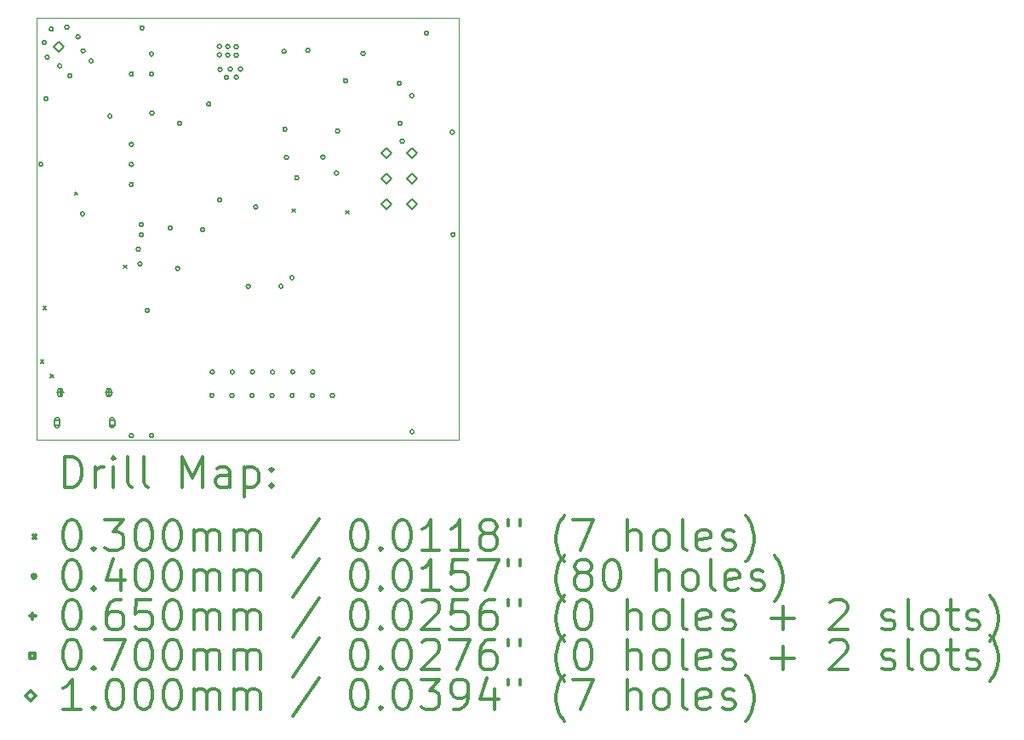
<source format=gbr>
%FSLAX45Y45*%
G04 Gerber Fmt 4.5, Leading zero omitted, Abs format (unit mm)*
G04 Created by KiCad (PCBNEW 5.1.10-88a1d61d58~90~ubuntu20.04.1) date 2021-08-08 16:05:03*
%MOMM*%
%LPD*%
G01*
G04 APERTURE LIST*
%TA.AperFunction,Profile*%
%ADD10C,0.050000*%
%TD*%
%ADD11C,0.200000*%
%ADD12C,0.300000*%
G04 APERTURE END LIST*
D10*
X19053810Y-11042650D02*
X23253700Y-11042650D01*
X19053810Y-15242540D02*
X19053810Y-11042650D01*
X23253700Y-15242540D02*
X23253700Y-11042650D01*
X19053810Y-15242540D02*
X23253700Y-15242540D01*
D11*
X19099516Y-14447252D02*
X19129516Y-14477252D01*
X19129516Y-14447252D02*
X19099516Y-14477252D01*
X19123900Y-13914868D02*
X19153900Y-13944868D01*
X19153900Y-13914868D02*
X19123900Y-13944868D01*
X19197306Y-14592032D02*
X19227306Y-14622032D01*
X19227306Y-14592032D02*
X19197306Y-14622032D01*
X19435304Y-12775932D02*
X19465304Y-12805932D01*
X19465304Y-12775932D02*
X19435304Y-12805932D01*
X19924508Y-13503896D02*
X19954508Y-13533896D01*
X19954508Y-13503896D02*
X19924508Y-13533896D01*
X21599774Y-12942420D02*
X21629774Y-12972420D01*
X21629774Y-12942420D02*
X21599774Y-12972420D01*
X22133800Y-12960082D02*
X22163800Y-12990082D01*
X22163800Y-12960082D02*
X22133800Y-12990082D01*
X19120000Y-12500000D02*
G75*
G03*
X19120000Y-12500000I-20000J0D01*
G01*
X19154582Y-11284966D02*
G75*
G03*
X19154582Y-11284966I-20000J0D01*
G01*
X19171854Y-11847068D02*
G75*
G03*
X19171854Y-11847068I-20000J0D01*
G01*
X19182776Y-11433048D02*
G75*
G03*
X19182776Y-11433048I-20000J0D01*
G01*
X19223162Y-11153394D02*
G75*
G03*
X19223162Y-11153394I-20000J0D01*
G01*
X19307813Y-11518921D02*
G75*
G03*
X19307813Y-11518921I-20000J0D01*
G01*
X19378102Y-11134598D02*
G75*
G03*
X19378102Y-11134598I-20000J0D01*
G01*
X19407680Y-11618787D02*
G75*
G03*
X19407680Y-11618787I-20000J0D01*
G01*
X19490000Y-11230000D02*
G75*
G03*
X19490000Y-11230000I-20000J0D01*
G01*
X19533550Y-12992100D02*
G75*
G03*
X19533550Y-12992100I-20000J0D01*
G01*
X19540000Y-11370000D02*
G75*
G03*
X19540000Y-11370000I-20000J0D01*
G01*
X19620000Y-11470000D02*
G75*
G03*
X19620000Y-11470000I-20000J0D01*
G01*
X19807147Y-12018254D02*
G75*
G03*
X19807147Y-12018254I-20000J0D01*
G01*
X20020000Y-11600000D02*
G75*
G03*
X20020000Y-11600000I-20000J0D01*
G01*
X20020000Y-12300000D02*
G75*
G03*
X20020000Y-12300000I-20000J0D01*
G01*
X20020000Y-12500000D02*
G75*
G03*
X20020000Y-12500000I-20000J0D01*
G01*
X20020000Y-12700000D02*
G75*
G03*
X20020000Y-12700000I-20000J0D01*
G01*
X20020000Y-15200000D02*
G75*
G03*
X20020000Y-15200000I-20000J0D01*
G01*
X20088286Y-13343739D02*
G75*
G03*
X20088286Y-13343739I-20000J0D01*
G01*
X20105811Y-13491464D02*
G75*
G03*
X20105811Y-13491464I-20000J0D01*
G01*
X20120000Y-13100000D02*
G75*
G03*
X20120000Y-13100000I-20000J0D01*
G01*
X20120000Y-13200000D02*
G75*
G03*
X20120000Y-13200000I-20000J0D01*
G01*
X20125878Y-11141710D02*
G75*
G03*
X20125878Y-11141710I-20000J0D01*
G01*
X20177694Y-13954252D02*
G75*
G03*
X20177694Y-13954252I-20000J0D01*
G01*
X20220000Y-11400000D02*
G75*
G03*
X20220000Y-11400000I-20000J0D01*
G01*
X20220000Y-11600000D02*
G75*
G03*
X20220000Y-11600000I-20000J0D01*
G01*
X20220000Y-15200000D02*
G75*
G03*
X20220000Y-15200000I-20000J0D01*
G01*
X20225700Y-11988800D02*
G75*
G03*
X20225700Y-11988800I-20000J0D01*
G01*
X20406040Y-13131800D02*
G75*
G03*
X20406040Y-13131800I-20000J0D01*
G01*
X20480970Y-13536930D02*
G75*
G03*
X20480970Y-13536930I-20000J0D01*
G01*
X20500020Y-12089130D02*
G75*
G03*
X20500020Y-12089130I-20000J0D01*
G01*
X20727350Y-13149580D02*
G75*
G03*
X20727350Y-13149580I-20000J0D01*
G01*
X20789580Y-11898630D02*
G75*
G03*
X20789580Y-11898630I-20000J0D01*
G01*
X20820000Y-14800000D02*
G75*
G03*
X20820000Y-14800000I-20000J0D01*
G01*
X20824572Y-14566574D02*
G75*
G03*
X20824572Y-14566574I-20000J0D01*
G01*
X20896006Y-11325098D02*
G75*
G03*
X20896006Y-11325098I-20000J0D01*
G01*
X20896006Y-11408918D02*
G75*
G03*
X20896006Y-11408918I-20000J0D01*
G01*
X20897530Y-12854940D02*
G75*
G03*
X20897530Y-12854940I-20000J0D01*
G01*
X20902610Y-11554460D02*
G75*
G03*
X20902610Y-11554460I-20000J0D01*
G01*
X20967380Y-11634470D02*
G75*
G03*
X20967380Y-11634470I-20000J0D01*
G01*
X20979318Y-11327638D02*
G75*
G03*
X20979318Y-11327638I-20000J0D01*
G01*
X20979318Y-11411458D02*
G75*
G03*
X20979318Y-11411458I-20000J0D01*
G01*
X21004210Y-11550650D02*
G75*
G03*
X21004210Y-11550650I-20000J0D01*
G01*
X21020000Y-14800000D02*
G75*
G03*
X21020000Y-14800000I-20000J0D01*
G01*
X21024572Y-14566574D02*
G75*
G03*
X21024572Y-14566574I-20000J0D01*
G01*
X21062630Y-11329162D02*
G75*
G03*
X21062630Y-11329162I-20000J0D01*
G01*
X21062630Y-11412982D02*
G75*
G03*
X21062630Y-11412982I-20000J0D01*
G01*
X21063900Y-11630660D02*
G75*
G03*
X21063900Y-11630660I-20000J0D01*
G01*
X21105810Y-11550650D02*
G75*
G03*
X21105810Y-11550650I-20000J0D01*
G01*
X21183026Y-13713460D02*
G75*
G03*
X21183026Y-13713460I-20000J0D01*
G01*
X21220000Y-14800000D02*
G75*
G03*
X21220000Y-14800000I-20000J0D01*
G01*
X21224572Y-14566574D02*
G75*
G03*
X21224572Y-14566574I-20000J0D01*
G01*
X21256940Y-12923520D02*
G75*
G03*
X21256940Y-12923520I-20000J0D01*
G01*
X21420000Y-14800000D02*
G75*
G03*
X21420000Y-14800000I-20000J0D01*
G01*
X21424572Y-14566574D02*
G75*
G03*
X21424572Y-14566574I-20000J0D01*
G01*
X21507892Y-13713460D02*
G75*
G03*
X21507892Y-13713460I-20000J0D01*
G01*
X21538880Y-11375136D02*
G75*
G03*
X21538880Y-11375136I-20000J0D01*
G01*
X21547770Y-12150090D02*
G75*
G03*
X21547770Y-12150090I-20000J0D01*
G01*
X21562248Y-12430760D02*
G75*
G03*
X21562248Y-12430760I-20000J0D01*
G01*
X21617620Y-13627862D02*
G75*
G03*
X21617620Y-13627862I-20000J0D01*
G01*
X21620304Y-14799746D02*
G75*
G03*
X21620304Y-14799746I-20000J0D01*
G01*
X21624876Y-14566320D02*
G75*
G03*
X21624876Y-14566320I-20000J0D01*
G01*
X21665880Y-12632690D02*
G75*
G03*
X21665880Y-12632690I-20000J0D01*
G01*
X21775862Y-11364468D02*
G75*
G03*
X21775862Y-11364468I-20000J0D01*
G01*
X21820304Y-14799746D02*
G75*
G03*
X21820304Y-14799746I-20000J0D01*
G01*
X21824876Y-14566320D02*
G75*
G03*
X21824876Y-14566320I-20000J0D01*
G01*
X21924960Y-12426950D02*
G75*
G03*
X21924960Y-12426950I-20000J0D01*
G01*
X22020000Y-14800000D02*
G75*
G03*
X22020000Y-14800000I-20000J0D01*
G01*
X22060215Y-12586335D02*
G75*
G03*
X22060215Y-12586335I-20000J0D01*
G01*
X22071922Y-12167870D02*
G75*
G03*
X22071922Y-12167870I-20000J0D01*
G01*
X22150258Y-11665966D02*
G75*
G03*
X22150258Y-11665966I-20000J0D01*
G01*
X22325518Y-11395964D02*
G75*
G03*
X22325518Y-11395964I-20000J0D01*
G01*
X22685182Y-11693144D02*
G75*
G03*
X22685182Y-11693144I-20000J0D01*
G01*
X22694072Y-12091670D02*
G75*
G03*
X22694072Y-12091670I-20000J0D01*
G01*
X22715154Y-12268962D02*
G75*
G03*
X22715154Y-12268962I-20000J0D01*
G01*
X22809896Y-11815572D02*
G75*
G03*
X22809896Y-11815572I-20000J0D01*
G01*
X22812944Y-15159482D02*
G75*
G03*
X22812944Y-15159482I-20000J0D01*
G01*
X22956200Y-11195050D02*
G75*
G03*
X22956200Y-11195050I-20000J0D01*
G01*
X23211200Y-12180570D02*
G75*
G03*
X23211200Y-12180570I-20000J0D01*
G01*
X23220000Y-13200000D02*
G75*
G03*
X23220000Y-13200000I-20000J0D01*
G01*
X19293406Y-14737752D02*
X19293406Y-14802752D01*
X19260906Y-14770252D02*
X19325906Y-14770252D01*
X19315906Y-14790252D02*
X19315906Y-14750252D01*
X19270906Y-14790252D02*
X19270906Y-14750252D01*
X19315906Y-14750252D02*
G75*
G03*
X19270906Y-14750252I-22500J0D01*
G01*
X19270906Y-14790252D02*
G75*
G03*
X19315906Y-14790252I22500J0D01*
G01*
X19777406Y-14737752D02*
X19777406Y-14802752D01*
X19744906Y-14770252D02*
X19809906Y-14770252D01*
X19799906Y-14790252D02*
X19799906Y-14750252D01*
X19754906Y-14790252D02*
X19754906Y-14750252D01*
X19799906Y-14750252D02*
G75*
G03*
X19754906Y-14750252I-22500J0D01*
G01*
X19754906Y-14790252D02*
G75*
G03*
X19799906Y-14790252I22500J0D01*
G01*
X19287155Y-15095001D02*
X19287155Y-15045503D01*
X19237657Y-15045503D01*
X19237657Y-15095001D01*
X19287155Y-15095001D01*
X19287406Y-15095252D02*
X19287406Y-15045252D01*
X19237406Y-15095252D02*
X19237406Y-15045252D01*
X19287406Y-15045252D02*
G75*
G03*
X19237406Y-15045252I-25000J0D01*
G01*
X19237406Y-15095252D02*
G75*
G03*
X19287406Y-15095252I25000J0D01*
G01*
X19833155Y-15095001D02*
X19833155Y-15045503D01*
X19783657Y-15045503D01*
X19783657Y-15095001D01*
X19833155Y-15095001D01*
X19833406Y-15095252D02*
X19833406Y-15045252D01*
X19783406Y-15095252D02*
X19783406Y-15045252D01*
X19833406Y-15045252D02*
G75*
G03*
X19783406Y-15045252I-25000J0D01*
G01*
X19783406Y-15095252D02*
G75*
G03*
X19833406Y-15095252I25000J0D01*
G01*
X19279870Y-11377130D02*
X19329870Y-11327130D01*
X19279870Y-11277130D01*
X19229870Y-11327130D01*
X19279870Y-11377130D01*
X22537674Y-12439866D02*
X22587674Y-12389866D01*
X22537674Y-12339866D01*
X22487674Y-12389866D01*
X22537674Y-12439866D01*
X22537674Y-12693866D02*
X22587674Y-12643866D01*
X22537674Y-12593866D01*
X22487674Y-12643866D01*
X22537674Y-12693866D01*
X22537674Y-12947866D02*
X22587674Y-12897866D01*
X22537674Y-12847866D01*
X22487674Y-12897866D01*
X22537674Y-12947866D01*
X22791674Y-12439866D02*
X22841674Y-12389866D01*
X22791674Y-12339866D01*
X22741674Y-12389866D01*
X22791674Y-12439866D01*
X22791674Y-12693866D02*
X22841674Y-12643866D01*
X22791674Y-12593866D01*
X22741674Y-12643866D01*
X22791674Y-12693866D01*
X22791674Y-12947866D02*
X22841674Y-12897866D01*
X22791674Y-12847866D01*
X22741674Y-12897866D01*
X22791674Y-12947866D01*
D12*
X19337738Y-15710754D02*
X19337738Y-15410754D01*
X19409167Y-15410754D01*
X19452024Y-15425040D01*
X19480596Y-15453611D01*
X19494881Y-15482183D01*
X19509167Y-15539326D01*
X19509167Y-15582183D01*
X19494881Y-15639326D01*
X19480596Y-15667897D01*
X19452024Y-15696469D01*
X19409167Y-15710754D01*
X19337738Y-15710754D01*
X19637738Y-15710754D02*
X19637738Y-15510754D01*
X19637738Y-15567897D02*
X19652024Y-15539326D01*
X19666310Y-15525040D01*
X19694881Y-15510754D01*
X19723453Y-15510754D01*
X19823453Y-15710754D02*
X19823453Y-15510754D01*
X19823453Y-15410754D02*
X19809167Y-15425040D01*
X19823453Y-15439326D01*
X19837738Y-15425040D01*
X19823453Y-15410754D01*
X19823453Y-15439326D01*
X20009167Y-15710754D02*
X19980596Y-15696469D01*
X19966310Y-15667897D01*
X19966310Y-15410754D01*
X20166310Y-15710754D02*
X20137738Y-15696469D01*
X20123453Y-15667897D01*
X20123453Y-15410754D01*
X20509167Y-15710754D02*
X20509167Y-15410754D01*
X20609167Y-15625040D01*
X20709167Y-15410754D01*
X20709167Y-15710754D01*
X20980596Y-15710754D02*
X20980596Y-15553611D01*
X20966310Y-15525040D01*
X20937738Y-15510754D01*
X20880596Y-15510754D01*
X20852024Y-15525040D01*
X20980596Y-15696469D02*
X20952024Y-15710754D01*
X20880596Y-15710754D01*
X20852024Y-15696469D01*
X20837738Y-15667897D01*
X20837738Y-15639326D01*
X20852024Y-15610754D01*
X20880596Y-15596469D01*
X20952024Y-15596469D01*
X20980596Y-15582183D01*
X21123453Y-15510754D02*
X21123453Y-15810754D01*
X21123453Y-15525040D02*
X21152024Y-15510754D01*
X21209167Y-15510754D01*
X21237738Y-15525040D01*
X21252024Y-15539326D01*
X21266310Y-15567897D01*
X21266310Y-15653611D01*
X21252024Y-15682183D01*
X21237738Y-15696469D01*
X21209167Y-15710754D01*
X21152024Y-15710754D01*
X21123453Y-15696469D01*
X21394881Y-15682183D02*
X21409167Y-15696469D01*
X21394881Y-15710754D01*
X21380596Y-15696469D01*
X21394881Y-15682183D01*
X21394881Y-15710754D01*
X21394881Y-15525040D02*
X21409167Y-15539326D01*
X21394881Y-15553611D01*
X21380596Y-15539326D01*
X21394881Y-15525040D01*
X21394881Y-15553611D01*
X19021310Y-16190040D02*
X19051310Y-16220040D01*
X19051310Y-16190040D02*
X19021310Y-16220040D01*
X19394881Y-16040754D02*
X19423453Y-16040754D01*
X19452024Y-16055040D01*
X19466310Y-16069326D01*
X19480596Y-16097897D01*
X19494881Y-16155040D01*
X19494881Y-16226469D01*
X19480596Y-16283611D01*
X19466310Y-16312183D01*
X19452024Y-16326469D01*
X19423453Y-16340754D01*
X19394881Y-16340754D01*
X19366310Y-16326469D01*
X19352024Y-16312183D01*
X19337738Y-16283611D01*
X19323453Y-16226469D01*
X19323453Y-16155040D01*
X19337738Y-16097897D01*
X19352024Y-16069326D01*
X19366310Y-16055040D01*
X19394881Y-16040754D01*
X19623453Y-16312183D02*
X19637738Y-16326469D01*
X19623453Y-16340754D01*
X19609167Y-16326469D01*
X19623453Y-16312183D01*
X19623453Y-16340754D01*
X19737738Y-16040754D02*
X19923453Y-16040754D01*
X19823453Y-16155040D01*
X19866310Y-16155040D01*
X19894881Y-16169326D01*
X19909167Y-16183611D01*
X19923453Y-16212183D01*
X19923453Y-16283611D01*
X19909167Y-16312183D01*
X19894881Y-16326469D01*
X19866310Y-16340754D01*
X19780596Y-16340754D01*
X19752024Y-16326469D01*
X19737738Y-16312183D01*
X20109167Y-16040754D02*
X20137738Y-16040754D01*
X20166310Y-16055040D01*
X20180596Y-16069326D01*
X20194881Y-16097897D01*
X20209167Y-16155040D01*
X20209167Y-16226469D01*
X20194881Y-16283611D01*
X20180596Y-16312183D01*
X20166310Y-16326469D01*
X20137738Y-16340754D01*
X20109167Y-16340754D01*
X20080596Y-16326469D01*
X20066310Y-16312183D01*
X20052024Y-16283611D01*
X20037738Y-16226469D01*
X20037738Y-16155040D01*
X20052024Y-16097897D01*
X20066310Y-16069326D01*
X20080596Y-16055040D01*
X20109167Y-16040754D01*
X20394881Y-16040754D02*
X20423453Y-16040754D01*
X20452024Y-16055040D01*
X20466310Y-16069326D01*
X20480596Y-16097897D01*
X20494881Y-16155040D01*
X20494881Y-16226469D01*
X20480596Y-16283611D01*
X20466310Y-16312183D01*
X20452024Y-16326469D01*
X20423453Y-16340754D01*
X20394881Y-16340754D01*
X20366310Y-16326469D01*
X20352024Y-16312183D01*
X20337738Y-16283611D01*
X20323453Y-16226469D01*
X20323453Y-16155040D01*
X20337738Y-16097897D01*
X20352024Y-16069326D01*
X20366310Y-16055040D01*
X20394881Y-16040754D01*
X20623453Y-16340754D02*
X20623453Y-16140754D01*
X20623453Y-16169326D02*
X20637738Y-16155040D01*
X20666310Y-16140754D01*
X20709167Y-16140754D01*
X20737738Y-16155040D01*
X20752024Y-16183611D01*
X20752024Y-16340754D01*
X20752024Y-16183611D02*
X20766310Y-16155040D01*
X20794881Y-16140754D01*
X20837738Y-16140754D01*
X20866310Y-16155040D01*
X20880596Y-16183611D01*
X20880596Y-16340754D01*
X21023453Y-16340754D02*
X21023453Y-16140754D01*
X21023453Y-16169326D02*
X21037738Y-16155040D01*
X21066310Y-16140754D01*
X21109167Y-16140754D01*
X21137738Y-16155040D01*
X21152024Y-16183611D01*
X21152024Y-16340754D01*
X21152024Y-16183611D02*
X21166310Y-16155040D01*
X21194881Y-16140754D01*
X21237738Y-16140754D01*
X21266310Y-16155040D01*
X21280596Y-16183611D01*
X21280596Y-16340754D01*
X21866310Y-16026469D02*
X21609167Y-16412183D01*
X22252024Y-16040754D02*
X22280596Y-16040754D01*
X22309167Y-16055040D01*
X22323453Y-16069326D01*
X22337738Y-16097897D01*
X22352024Y-16155040D01*
X22352024Y-16226469D01*
X22337738Y-16283611D01*
X22323453Y-16312183D01*
X22309167Y-16326469D01*
X22280596Y-16340754D01*
X22252024Y-16340754D01*
X22223453Y-16326469D01*
X22209167Y-16312183D01*
X22194881Y-16283611D01*
X22180596Y-16226469D01*
X22180596Y-16155040D01*
X22194881Y-16097897D01*
X22209167Y-16069326D01*
X22223453Y-16055040D01*
X22252024Y-16040754D01*
X22480596Y-16312183D02*
X22494881Y-16326469D01*
X22480596Y-16340754D01*
X22466310Y-16326469D01*
X22480596Y-16312183D01*
X22480596Y-16340754D01*
X22680596Y-16040754D02*
X22709167Y-16040754D01*
X22737738Y-16055040D01*
X22752024Y-16069326D01*
X22766310Y-16097897D01*
X22780596Y-16155040D01*
X22780596Y-16226469D01*
X22766310Y-16283611D01*
X22752024Y-16312183D01*
X22737738Y-16326469D01*
X22709167Y-16340754D01*
X22680596Y-16340754D01*
X22652024Y-16326469D01*
X22637738Y-16312183D01*
X22623453Y-16283611D01*
X22609167Y-16226469D01*
X22609167Y-16155040D01*
X22623453Y-16097897D01*
X22637738Y-16069326D01*
X22652024Y-16055040D01*
X22680596Y-16040754D01*
X23066310Y-16340754D02*
X22894881Y-16340754D01*
X22980596Y-16340754D02*
X22980596Y-16040754D01*
X22952024Y-16083611D01*
X22923453Y-16112183D01*
X22894881Y-16126469D01*
X23352024Y-16340754D02*
X23180596Y-16340754D01*
X23266310Y-16340754D02*
X23266310Y-16040754D01*
X23237738Y-16083611D01*
X23209167Y-16112183D01*
X23180596Y-16126469D01*
X23523453Y-16169326D02*
X23494881Y-16155040D01*
X23480596Y-16140754D01*
X23466310Y-16112183D01*
X23466310Y-16097897D01*
X23480596Y-16069326D01*
X23494881Y-16055040D01*
X23523453Y-16040754D01*
X23580596Y-16040754D01*
X23609167Y-16055040D01*
X23623453Y-16069326D01*
X23637738Y-16097897D01*
X23637738Y-16112183D01*
X23623453Y-16140754D01*
X23609167Y-16155040D01*
X23580596Y-16169326D01*
X23523453Y-16169326D01*
X23494881Y-16183611D01*
X23480596Y-16197897D01*
X23466310Y-16226469D01*
X23466310Y-16283611D01*
X23480596Y-16312183D01*
X23494881Y-16326469D01*
X23523453Y-16340754D01*
X23580596Y-16340754D01*
X23609167Y-16326469D01*
X23623453Y-16312183D01*
X23637738Y-16283611D01*
X23637738Y-16226469D01*
X23623453Y-16197897D01*
X23609167Y-16183611D01*
X23580596Y-16169326D01*
X23752024Y-16040754D02*
X23752024Y-16097897D01*
X23866310Y-16040754D02*
X23866310Y-16097897D01*
X24309167Y-16455040D02*
X24294881Y-16440754D01*
X24266310Y-16397897D01*
X24252024Y-16369326D01*
X24237738Y-16326469D01*
X24223453Y-16255040D01*
X24223453Y-16197897D01*
X24237738Y-16126469D01*
X24252024Y-16083611D01*
X24266310Y-16055040D01*
X24294881Y-16012183D01*
X24309167Y-15997897D01*
X24394881Y-16040754D02*
X24594881Y-16040754D01*
X24466310Y-16340754D01*
X24937738Y-16340754D02*
X24937738Y-16040754D01*
X25066310Y-16340754D02*
X25066310Y-16183611D01*
X25052024Y-16155040D01*
X25023453Y-16140754D01*
X24980596Y-16140754D01*
X24952024Y-16155040D01*
X24937738Y-16169326D01*
X25252024Y-16340754D02*
X25223453Y-16326469D01*
X25209167Y-16312183D01*
X25194881Y-16283611D01*
X25194881Y-16197897D01*
X25209167Y-16169326D01*
X25223453Y-16155040D01*
X25252024Y-16140754D01*
X25294881Y-16140754D01*
X25323453Y-16155040D01*
X25337738Y-16169326D01*
X25352024Y-16197897D01*
X25352024Y-16283611D01*
X25337738Y-16312183D01*
X25323453Y-16326469D01*
X25294881Y-16340754D01*
X25252024Y-16340754D01*
X25523453Y-16340754D02*
X25494881Y-16326469D01*
X25480596Y-16297897D01*
X25480596Y-16040754D01*
X25752024Y-16326469D02*
X25723453Y-16340754D01*
X25666310Y-16340754D01*
X25637738Y-16326469D01*
X25623453Y-16297897D01*
X25623453Y-16183611D01*
X25637738Y-16155040D01*
X25666310Y-16140754D01*
X25723453Y-16140754D01*
X25752024Y-16155040D01*
X25766310Y-16183611D01*
X25766310Y-16212183D01*
X25623453Y-16240754D01*
X25880596Y-16326469D02*
X25909167Y-16340754D01*
X25966310Y-16340754D01*
X25994881Y-16326469D01*
X26009167Y-16297897D01*
X26009167Y-16283611D01*
X25994881Y-16255040D01*
X25966310Y-16240754D01*
X25923453Y-16240754D01*
X25894881Y-16226469D01*
X25880596Y-16197897D01*
X25880596Y-16183611D01*
X25894881Y-16155040D01*
X25923453Y-16140754D01*
X25966310Y-16140754D01*
X25994881Y-16155040D01*
X26109167Y-16455040D02*
X26123453Y-16440754D01*
X26152024Y-16397897D01*
X26166310Y-16369326D01*
X26180596Y-16326469D01*
X26194881Y-16255040D01*
X26194881Y-16197897D01*
X26180596Y-16126469D01*
X26166310Y-16083611D01*
X26152024Y-16055040D01*
X26123453Y-16012183D01*
X26109167Y-15997897D01*
X19051310Y-16601040D02*
G75*
G03*
X19051310Y-16601040I-20000J0D01*
G01*
X19394881Y-16436754D02*
X19423453Y-16436754D01*
X19452024Y-16451040D01*
X19466310Y-16465326D01*
X19480596Y-16493897D01*
X19494881Y-16551040D01*
X19494881Y-16622469D01*
X19480596Y-16679611D01*
X19466310Y-16708183D01*
X19452024Y-16722469D01*
X19423453Y-16736754D01*
X19394881Y-16736754D01*
X19366310Y-16722469D01*
X19352024Y-16708183D01*
X19337738Y-16679611D01*
X19323453Y-16622469D01*
X19323453Y-16551040D01*
X19337738Y-16493897D01*
X19352024Y-16465326D01*
X19366310Y-16451040D01*
X19394881Y-16436754D01*
X19623453Y-16708183D02*
X19637738Y-16722469D01*
X19623453Y-16736754D01*
X19609167Y-16722469D01*
X19623453Y-16708183D01*
X19623453Y-16736754D01*
X19894881Y-16536754D02*
X19894881Y-16736754D01*
X19823453Y-16422469D02*
X19752024Y-16636754D01*
X19937738Y-16636754D01*
X20109167Y-16436754D02*
X20137738Y-16436754D01*
X20166310Y-16451040D01*
X20180596Y-16465326D01*
X20194881Y-16493897D01*
X20209167Y-16551040D01*
X20209167Y-16622469D01*
X20194881Y-16679611D01*
X20180596Y-16708183D01*
X20166310Y-16722469D01*
X20137738Y-16736754D01*
X20109167Y-16736754D01*
X20080596Y-16722469D01*
X20066310Y-16708183D01*
X20052024Y-16679611D01*
X20037738Y-16622469D01*
X20037738Y-16551040D01*
X20052024Y-16493897D01*
X20066310Y-16465326D01*
X20080596Y-16451040D01*
X20109167Y-16436754D01*
X20394881Y-16436754D02*
X20423453Y-16436754D01*
X20452024Y-16451040D01*
X20466310Y-16465326D01*
X20480596Y-16493897D01*
X20494881Y-16551040D01*
X20494881Y-16622469D01*
X20480596Y-16679611D01*
X20466310Y-16708183D01*
X20452024Y-16722469D01*
X20423453Y-16736754D01*
X20394881Y-16736754D01*
X20366310Y-16722469D01*
X20352024Y-16708183D01*
X20337738Y-16679611D01*
X20323453Y-16622469D01*
X20323453Y-16551040D01*
X20337738Y-16493897D01*
X20352024Y-16465326D01*
X20366310Y-16451040D01*
X20394881Y-16436754D01*
X20623453Y-16736754D02*
X20623453Y-16536754D01*
X20623453Y-16565326D02*
X20637738Y-16551040D01*
X20666310Y-16536754D01*
X20709167Y-16536754D01*
X20737738Y-16551040D01*
X20752024Y-16579611D01*
X20752024Y-16736754D01*
X20752024Y-16579611D02*
X20766310Y-16551040D01*
X20794881Y-16536754D01*
X20837738Y-16536754D01*
X20866310Y-16551040D01*
X20880596Y-16579611D01*
X20880596Y-16736754D01*
X21023453Y-16736754D02*
X21023453Y-16536754D01*
X21023453Y-16565326D02*
X21037738Y-16551040D01*
X21066310Y-16536754D01*
X21109167Y-16536754D01*
X21137738Y-16551040D01*
X21152024Y-16579611D01*
X21152024Y-16736754D01*
X21152024Y-16579611D02*
X21166310Y-16551040D01*
X21194881Y-16536754D01*
X21237738Y-16536754D01*
X21266310Y-16551040D01*
X21280596Y-16579611D01*
X21280596Y-16736754D01*
X21866310Y-16422469D02*
X21609167Y-16808183D01*
X22252024Y-16436754D02*
X22280596Y-16436754D01*
X22309167Y-16451040D01*
X22323453Y-16465326D01*
X22337738Y-16493897D01*
X22352024Y-16551040D01*
X22352024Y-16622469D01*
X22337738Y-16679611D01*
X22323453Y-16708183D01*
X22309167Y-16722469D01*
X22280596Y-16736754D01*
X22252024Y-16736754D01*
X22223453Y-16722469D01*
X22209167Y-16708183D01*
X22194881Y-16679611D01*
X22180596Y-16622469D01*
X22180596Y-16551040D01*
X22194881Y-16493897D01*
X22209167Y-16465326D01*
X22223453Y-16451040D01*
X22252024Y-16436754D01*
X22480596Y-16708183D02*
X22494881Y-16722469D01*
X22480596Y-16736754D01*
X22466310Y-16722469D01*
X22480596Y-16708183D01*
X22480596Y-16736754D01*
X22680596Y-16436754D02*
X22709167Y-16436754D01*
X22737738Y-16451040D01*
X22752024Y-16465326D01*
X22766310Y-16493897D01*
X22780596Y-16551040D01*
X22780596Y-16622469D01*
X22766310Y-16679611D01*
X22752024Y-16708183D01*
X22737738Y-16722469D01*
X22709167Y-16736754D01*
X22680596Y-16736754D01*
X22652024Y-16722469D01*
X22637738Y-16708183D01*
X22623453Y-16679611D01*
X22609167Y-16622469D01*
X22609167Y-16551040D01*
X22623453Y-16493897D01*
X22637738Y-16465326D01*
X22652024Y-16451040D01*
X22680596Y-16436754D01*
X23066310Y-16736754D02*
X22894881Y-16736754D01*
X22980596Y-16736754D02*
X22980596Y-16436754D01*
X22952024Y-16479611D01*
X22923453Y-16508183D01*
X22894881Y-16522469D01*
X23337738Y-16436754D02*
X23194881Y-16436754D01*
X23180596Y-16579611D01*
X23194881Y-16565326D01*
X23223453Y-16551040D01*
X23294881Y-16551040D01*
X23323453Y-16565326D01*
X23337738Y-16579611D01*
X23352024Y-16608183D01*
X23352024Y-16679611D01*
X23337738Y-16708183D01*
X23323453Y-16722469D01*
X23294881Y-16736754D01*
X23223453Y-16736754D01*
X23194881Y-16722469D01*
X23180596Y-16708183D01*
X23452024Y-16436754D02*
X23652024Y-16436754D01*
X23523453Y-16736754D01*
X23752024Y-16436754D02*
X23752024Y-16493897D01*
X23866310Y-16436754D02*
X23866310Y-16493897D01*
X24309167Y-16851040D02*
X24294881Y-16836754D01*
X24266310Y-16793897D01*
X24252024Y-16765326D01*
X24237738Y-16722469D01*
X24223453Y-16651040D01*
X24223453Y-16593897D01*
X24237738Y-16522469D01*
X24252024Y-16479611D01*
X24266310Y-16451040D01*
X24294881Y-16408183D01*
X24309167Y-16393897D01*
X24466310Y-16565326D02*
X24437738Y-16551040D01*
X24423453Y-16536754D01*
X24409167Y-16508183D01*
X24409167Y-16493897D01*
X24423453Y-16465326D01*
X24437738Y-16451040D01*
X24466310Y-16436754D01*
X24523453Y-16436754D01*
X24552024Y-16451040D01*
X24566310Y-16465326D01*
X24580596Y-16493897D01*
X24580596Y-16508183D01*
X24566310Y-16536754D01*
X24552024Y-16551040D01*
X24523453Y-16565326D01*
X24466310Y-16565326D01*
X24437738Y-16579611D01*
X24423453Y-16593897D01*
X24409167Y-16622469D01*
X24409167Y-16679611D01*
X24423453Y-16708183D01*
X24437738Y-16722469D01*
X24466310Y-16736754D01*
X24523453Y-16736754D01*
X24552024Y-16722469D01*
X24566310Y-16708183D01*
X24580596Y-16679611D01*
X24580596Y-16622469D01*
X24566310Y-16593897D01*
X24552024Y-16579611D01*
X24523453Y-16565326D01*
X24766310Y-16436754D02*
X24794881Y-16436754D01*
X24823453Y-16451040D01*
X24837738Y-16465326D01*
X24852024Y-16493897D01*
X24866310Y-16551040D01*
X24866310Y-16622469D01*
X24852024Y-16679611D01*
X24837738Y-16708183D01*
X24823453Y-16722469D01*
X24794881Y-16736754D01*
X24766310Y-16736754D01*
X24737738Y-16722469D01*
X24723453Y-16708183D01*
X24709167Y-16679611D01*
X24694881Y-16622469D01*
X24694881Y-16551040D01*
X24709167Y-16493897D01*
X24723453Y-16465326D01*
X24737738Y-16451040D01*
X24766310Y-16436754D01*
X25223453Y-16736754D02*
X25223453Y-16436754D01*
X25352024Y-16736754D02*
X25352024Y-16579611D01*
X25337738Y-16551040D01*
X25309167Y-16536754D01*
X25266310Y-16536754D01*
X25237738Y-16551040D01*
X25223453Y-16565326D01*
X25537738Y-16736754D02*
X25509167Y-16722469D01*
X25494881Y-16708183D01*
X25480596Y-16679611D01*
X25480596Y-16593897D01*
X25494881Y-16565326D01*
X25509167Y-16551040D01*
X25537738Y-16536754D01*
X25580596Y-16536754D01*
X25609167Y-16551040D01*
X25623453Y-16565326D01*
X25637738Y-16593897D01*
X25637738Y-16679611D01*
X25623453Y-16708183D01*
X25609167Y-16722469D01*
X25580596Y-16736754D01*
X25537738Y-16736754D01*
X25809167Y-16736754D02*
X25780596Y-16722469D01*
X25766310Y-16693897D01*
X25766310Y-16436754D01*
X26037738Y-16722469D02*
X26009167Y-16736754D01*
X25952024Y-16736754D01*
X25923453Y-16722469D01*
X25909167Y-16693897D01*
X25909167Y-16579611D01*
X25923453Y-16551040D01*
X25952024Y-16536754D01*
X26009167Y-16536754D01*
X26037738Y-16551040D01*
X26052024Y-16579611D01*
X26052024Y-16608183D01*
X25909167Y-16636754D01*
X26166310Y-16722469D02*
X26194881Y-16736754D01*
X26252024Y-16736754D01*
X26280596Y-16722469D01*
X26294881Y-16693897D01*
X26294881Y-16679611D01*
X26280596Y-16651040D01*
X26252024Y-16636754D01*
X26209167Y-16636754D01*
X26180596Y-16622469D01*
X26166310Y-16593897D01*
X26166310Y-16579611D01*
X26180596Y-16551040D01*
X26209167Y-16536754D01*
X26252024Y-16536754D01*
X26280596Y-16551040D01*
X26394881Y-16851040D02*
X26409167Y-16836754D01*
X26437738Y-16793897D01*
X26452024Y-16765326D01*
X26466310Y-16722469D01*
X26480596Y-16651040D01*
X26480596Y-16593897D01*
X26466310Y-16522469D01*
X26452024Y-16479611D01*
X26437738Y-16451040D01*
X26409167Y-16408183D01*
X26394881Y-16393897D01*
X19018810Y-16964540D02*
X19018810Y-17029540D01*
X18986310Y-16997040D02*
X19051310Y-16997040D01*
X19394881Y-16832754D02*
X19423453Y-16832754D01*
X19452024Y-16847040D01*
X19466310Y-16861326D01*
X19480596Y-16889897D01*
X19494881Y-16947040D01*
X19494881Y-17018469D01*
X19480596Y-17075612D01*
X19466310Y-17104183D01*
X19452024Y-17118469D01*
X19423453Y-17132754D01*
X19394881Y-17132754D01*
X19366310Y-17118469D01*
X19352024Y-17104183D01*
X19337738Y-17075612D01*
X19323453Y-17018469D01*
X19323453Y-16947040D01*
X19337738Y-16889897D01*
X19352024Y-16861326D01*
X19366310Y-16847040D01*
X19394881Y-16832754D01*
X19623453Y-17104183D02*
X19637738Y-17118469D01*
X19623453Y-17132754D01*
X19609167Y-17118469D01*
X19623453Y-17104183D01*
X19623453Y-17132754D01*
X19894881Y-16832754D02*
X19837738Y-16832754D01*
X19809167Y-16847040D01*
X19794881Y-16861326D01*
X19766310Y-16904183D01*
X19752024Y-16961326D01*
X19752024Y-17075612D01*
X19766310Y-17104183D01*
X19780596Y-17118469D01*
X19809167Y-17132754D01*
X19866310Y-17132754D01*
X19894881Y-17118469D01*
X19909167Y-17104183D01*
X19923453Y-17075612D01*
X19923453Y-17004183D01*
X19909167Y-16975612D01*
X19894881Y-16961326D01*
X19866310Y-16947040D01*
X19809167Y-16947040D01*
X19780596Y-16961326D01*
X19766310Y-16975612D01*
X19752024Y-17004183D01*
X20194881Y-16832754D02*
X20052024Y-16832754D01*
X20037738Y-16975612D01*
X20052024Y-16961326D01*
X20080596Y-16947040D01*
X20152024Y-16947040D01*
X20180596Y-16961326D01*
X20194881Y-16975612D01*
X20209167Y-17004183D01*
X20209167Y-17075612D01*
X20194881Y-17104183D01*
X20180596Y-17118469D01*
X20152024Y-17132754D01*
X20080596Y-17132754D01*
X20052024Y-17118469D01*
X20037738Y-17104183D01*
X20394881Y-16832754D02*
X20423453Y-16832754D01*
X20452024Y-16847040D01*
X20466310Y-16861326D01*
X20480596Y-16889897D01*
X20494881Y-16947040D01*
X20494881Y-17018469D01*
X20480596Y-17075612D01*
X20466310Y-17104183D01*
X20452024Y-17118469D01*
X20423453Y-17132754D01*
X20394881Y-17132754D01*
X20366310Y-17118469D01*
X20352024Y-17104183D01*
X20337738Y-17075612D01*
X20323453Y-17018469D01*
X20323453Y-16947040D01*
X20337738Y-16889897D01*
X20352024Y-16861326D01*
X20366310Y-16847040D01*
X20394881Y-16832754D01*
X20623453Y-17132754D02*
X20623453Y-16932754D01*
X20623453Y-16961326D02*
X20637738Y-16947040D01*
X20666310Y-16932754D01*
X20709167Y-16932754D01*
X20737738Y-16947040D01*
X20752024Y-16975612D01*
X20752024Y-17132754D01*
X20752024Y-16975612D02*
X20766310Y-16947040D01*
X20794881Y-16932754D01*
X20837738Y-16932754D01*
X20866310Y-16947040D01*
X20880596Y-16975612D01*
X20880596Y-17132754D01*
X21023453Y-17132754D02*
X21023453Y-16932754D01*
X21023453Y-16961326D02*
X21037738Y-16947040D01*
X21066310Y-16932754D01*
X21109167Y-16932754D01*
X21137738Y-16947040D01*
X21152024Y-16975612D01*
X21152024Y-17132754D01*
X21152024Y-16975612D02*
X21166310Y-16947040D01*
X21194881Y-16932754D01*
X21237738Y-16932754D01*
X21266310Y-16947040D01*
X21280596Y-16975612D01*
X21280596Y-17132754D01*
X21866310Y-16818469D02*
X21609167Y-17204183D01*
X22252024Y-16832754D02*
X22280596Y-16832754D01*
X22309167Y-16847040D01*
X22323453Y-16861326D01*
X22337738Y-16889897D01*
X22352024Y-16947040D01*
X22352024Y-17018469D01*
X22337738Y-17075612D01*
X22323453Y-17104183D01*
X22309167Y-17118469D01*
X22280596Y-17132754D01*
X22252024Y-17132754D01*
X22223453Y-17118469D01*
X22209167Y-17104183D01*
X22194881Y-17075612D01*
X22180596Y-17018469D01*
X22180596Y-16947040D01*
X22194881Y-16889897D01*
X22209167Y-16861326D01*
X22223453Y-16847040D01*
X22252024Y-16832754D01*
X22480596Y-17104183D02*
X22494881Y-17118469D01*
X22480596Y-17132754D01*
X22466310Y-17118469D01*
X22480596Y-17104183D01*
X22480596Y-17132754D01*
X22680596Y-16832754D02*
X22709167Y-16832754D01*
X22737738Y-16847040D01*
X22752024Y-16861326D01*
X22766310Y-16889897D01*
X22780596Y-16947040D01*
X22780596Y-17018469D01*
X22766310Y-17075612D01*
X22752024Y-17104183D01*
X22737738Y-17118469D01*
X22709167Y-17132754D01*
X22680596Y-17132754D01*
X22652024Y-17118469D01*
X22637738Y-17104183D01*
X22623453Y-17075612D01*
X22609167Y-17018469D01*
X22609167Y-16947040D01*
X22623453Y-16889897D01*
X22637738Y-16861326D01*
X22652024Y-16847040D01*
X22680596Y-16832754D01*
X22894881Y-16861326D02*
X22909167Y-16847040D01*
X22937738Y-16832754D01*
X23009167Y-16832754D01*
X23037738Y-16847040D01*
X23052024Y-16861326D01*
X23066310Y-16889897D01*
X23066310Y-16918469D01*
X23052024Y-16961326D01*
X22880596Y-17132754D01*
X23066310Y-17132754D01*
X23337738Y-16832754D02*
X23194881Y-16832754D01*
X23180596Y-16975612D01*
X23194881Y-16961326D01*
X23223453Y-16947040D01*
X23294881Y-16947040D01*
X23323453Y-16961326D01*
X23337738Y-16975612D01*
X23352024Y-17004183D01*
X23352024Y-17075612D01*
X23337738Y-17104183D01*
X23323453Y-17118469D01*
X23294881Y-17132754D01*
X23223453Y-17132754D01*
X23194881Y-17118469D01*
X23180596Y-17104183D01*
X23609167Y-16832754D02*
X23552024Y-16832754D01*
X23523453Y-16847040D01*
X23509167Y-16861326D01*
X23480596Y-16904183D01*
X23466310Y-16961326D01*
X23466310Y-17075612D01*
X23480596Y-17104183D01*
X23494881Y-17118469D01*
X23523453Y-17132754D01*
X23580596Y-17132754D01*
X23609167Y-17118469D01*
X23623453Y-17104183D01*
X23637738Y-17075612D01*
X23637738Y-17004183D01*
X23623453Y-16975612D01*
X23609167Y-16961326D01*
X23580596Y-16947040D01*
X23523453Y-16947040D01*
X23494881Y-16961326D01*
X23480596Y-16975612D01*
X23466310Y-17004183D01*
X23752024Y-16832754D02*
X23752024Y-16889897D01*
X23866310Y-16832754D02*
X23866310Y-16889897D01*
X24309167Y-17247040D02*
X24294881Y-17232754D01*
X24266310Y-17189897D01*
X24252024Y-17161326D01*
X24237738Y-17118469D01*
X24223453Y-17047040D01*
X24223453Y-16989897D01*
X24237738Y-16918469D01*
X24252024Y-16875612D01*
X24266310Y-16847040D01*
X24294881Y-16804183D01*
X24309167Y-16789897D01*
X24480596Y-16832754D02*
X24509167Y-16832754D01*
X24537738Y-16847040D01*
X24552024Y-16861326D01*
X24566310Y-16889897D01*
X24580596Y-16947040D01*
X24580596Y-17018469D01*
X24566310Y-17075612D01*
X24552024Y-17104183D01*
X24537738Y-17118469D01*
X24509167Y-17132754D01*
X24480596Y-17132754D01*
X24452024Y-17118469D01*
X24437738Y-17104183D01*
X24423453Y-17075612D01*
X24409167Y-17018469D01*
X24409167Y-16947040D01*
X24423453Y-16889897D01*
X24437738Y-16861326D01*
X24452024Y-16847040D01*
X24480596Y-16832754D01*
X24937738Y-17132754D02*
X24937738Y-16832754D01*
X25066310Y-17132754D02*
X25066310Y-16975612D01*
X25052024Y-16947040D01*
X25023453Y-16932754D01*
X24980596Y-16932754D01*
X24952024Y-16947040D01*
X24937738Y-16961326D01*
X25252024Y-17132754D02*
X25223453Y-17118469D01*
X25209167Y-17104183D01*
X25194881Y-17075612D01*
X25194881Y-16989897D01*
X25209167Y-16961326D01*
X25223453Y-16947040D01*
X25252024Y-16932754D01*
X25294881Y-16932754D01*
X25323453Y-16947040D01*
X25337738Y-16961326D01*
X25352024Y-16989897D01*
X25352024Y-17075612D01*
X25337738Y-17104183D01*
X25323453Y-17118469D01*
X25294881Y-17132754D01*
X25252024Y-17132754D01*
X25523453Y-17132754D02*
X25494881Y-17118469D01*
X25480596Y-17089897D01*
X25480596Y-16832754D01*
X25752024Y-17118469D02*
X25723453Y-17132754D01*
X25666310Y-17132754D01*
X25637738Y-17118469D01*
X25623453Y-17089897D01*
X25623453Y-16975612D01*
X25637738Y-16947040D01*
X25666310Y-16932754D01*
X25723453Y-16932754D01*
X25752024Y-16947040D01*
X25766310Y-16975612D01*
X25766310Y-17004183D01*
X25623453Y-17032754D01*
X25880596Y-17118469D02*
X25909167Y-17132754D01*
X25966310Y-17132754D01*
X25994881Y-17118469D01*
X26009167Y-17089897D01*
X26009167Y-17075612D01*
X25994881Y-17047040D01*
X25966310Y-17032754D01*
X25923453Y-17032754D01*
X25894881Y-17018469D01*
X25880596Y-16989897D01*
X25880596Y-16975612D01*
X25894881Y-16947040D01*
X25923453Y-16932754D01*
X25966310Y-16932754D01*
X25994881Y-16947040D01*
X26366310Y-17018469D02*
X26594881Y-17018469D01*
X26480596Y-17132754D02*
X26480596Y-16904183D01*
X26952024Y-16861326D02*
X26966310Y-16847040D01*
X26994881Y-16832754D01*
X27066310Y-16832754D01*
X27094881Y-16847040D01*
X27109167Y-16861326D01*
X27123453Y-16889897D01*
X27123453Y-16918469D01*
X27109167Y-16961326D01*
X26937738Y-17132754D01*
X27123453Y-17132754D01*
X27466310Y-17118469D02*
X27494881Y-17132754D01*
X27552024Y-17132754D01*
X27580596Y-17118469D01*
X27594881Y-17089897D01*
X27594881Y-17075612D01*
X27580596Y-17047040D01*
X27552024Y-17032754D01*
X27509167Y-17032754D01*
X27480596Y-17018469D01*
X27466310Y-16989897D01*
X27466310Y-16975612D01*
X27480596Y-16947040D01*
X27509167Y-16932754D01*
X27552024Y-16932754D01*
X27580596Y-16947040D01*
X27766310Y-17132754D02*
X27737738Y-17118469D01*
X27723453Y-17089897D01*
X27723453Y-16832754D01*
X27923453Y-17132754D02*
X27894881Y-17118469D01*
X27880596Y-17104183D01*
X27866310Y-17075612D01*
X27866310Y-16989897D01*
X27880596Y-16961326D01*
X27894881Y-16947040D01*
X27923453Y-16932754D01*
X27966310Y-16932754D01*
X27994881Y-16947040D01*
X28009167Y-16961326D01*
X28023453Y-16989897D01*
X28023453Y-17075612D01*
X28009167Y-17104183D01*
X27994881Y-17118469D01*
X27966310Y-17132754D01*
X27923453Y-17132754D01*
X28109167Y-16932754D02*
X28223453Y-16932754D01*
X28152024Y-16832754D02*
X28152024Y-17089897D01*
X28166310Y-17118469D01*
X28194881Y-17132754D01*
X28223453Y-17132754D01*
X28309167Y-17118469D02*
X28337738Y-17132754D01*
X28394881Y-17132754D01*
X28423453Y-17118469D01*
X28437738Y-17089897D01*
X28437738Y-17075612D01*
X28423453Y-17047040D01*
X28394881Y-17032754D01*
X28352024Y-17032754D01*
X28323453Y-17018469D01*
X28309167Y-16989897D01*
X28309167Y-16975612D01*
X28323453Y-16947040D01*
X28352024Y-16932754D01*
X28394881Y-16932754D01*
X28423453Y-16947040D01*
X28537738Y-17247040D02*
X28552024Y-17232754D01*
X28580596Y-17189897D01*
X28594881Y-17161326D01*
X28609167Y-17118469D01*
X28623453Y-17047040D01*
X28623453Y-16989897D01*
X28609167Y-16918469D01*
X28594881Y-16875612D01*
X28580596Y-16847040D01*
X28552024Y-16804183D01*
X28537738Y-16789897D01*
X19041059Y-17417789D02*
X19041059Y-17368291D01*
X18991561Y-17368291D01*
X18991561Y-17417789D01*
X19041059Y-17417789D01*
X19394881Y-17228754D02*
X19423453Y-17228754D01*
X19452024Y-17243040D01*
X19466310Y-17257326D01*
X19480596Y-17285897D01*
X19494881Y-17343040D01*
X19494881Y-17414469D01*
X19480596Y-17471612D01*
X19466310Y-17500183D01*
X19452024Y-17514469D01*
X19423453Y-17528754D01*
X19394881Y-17528754D01*
X19366310Y-17514469D01*
X19352024Y-17500183D01*
X19337738Y-17471612D01*
X19323453Y-17414469D01*
X19323453Y-17343040D01*
X19337738Y-17285897D01*
X19352024Y-17257326D01*
X19366310Y-17243040D01*
X19394881Y-17228754D01*
X19623453Y-17500183D02*
X19637738Y-17514469D01*
X19623453Y-17528754D01*
X19609167Y-17514469D01*
X19623453Y-17500183D01*
X19623453Y-17528754D01*
X19737738Y-17228754D02*
X19937738Y-17228754D01*
X19809167Y-17528754D01*
X20109167Y-17228754D02*
X20137738Y-17228754D01*
X20166310Y-17243040D01*
X20180596Y-17257326D01*
X20194881Y-17285897D01*
X20209167Y-17343040D01*
X20209167Y-17414469D01*
X20194881Y-17471612D01*
X20180596Y-17500183D01*
X20166310Y-17514469D01*
X20137738Y-17528754D01*
X20109167Y-17528754D01*
X20080596Y-17514469D01*
X20066310Y-17500183D01*
X20052024Y-17471612D01*
X20037738Y-17414469D01*
X20037738Y-17343040D01*
X20052024Y-17285897D01*
X20066310Y-17257326D01*
X20080596Y-17243040D01*
X20109167Y-17228754D01*
X20394881Y-17228754D02*
X20423453Y-17228754D01*
X20452024Y-17243040D01*
X20466310Y-17257326D01*
X20480596Y-17285897D01*
X20494881Y-17343040D01*
X20494881Y-17414469D01*
X20480596Y-17471612D01*
X20466310Y-17500183D01*
X20452024Y-17514469D01*
X20423453Y-17528754D01*
X20394881Y-17528754D01*
X20366310Y-17514469D01*
X20352024Y-17500183D01*
X20337738Y-17471612D01*
X20323453Y-17414469D01*
X20323453Y-17343040D01*
X20337738Y-17285897D01*
X20352024Y-17257326D01*
X20366310Y-17243040D01*
X20394881Y-17228754D01*
X20623453Y-17528754D02*
X20623453Y-17328754D01*
X20623453Y-17357326D02*
X20637738Y-17343040D01*
X20666310Y-17328754D01*
X20709167Y-17328754D01*
X20737738Y-17343040D01*
X20752024Y-17371612D01*
X20752024Y-17528754D01*
X20752024Y-17371612D02*
X20766310Y-17343040D01*
X20794881Y-17328754D01*
X20837738Y-17328754D01*
X20866310Y-17343040D01*
X20880596Y-17371612D01*
X20880596Y-17528754D01*
X21023453Y-17528754D02*
X21023453Y-17328754D01*
X21023453Y-17357326D02*
X21037738Y-17343040D01*
X21066310Y-17328754D01*
X21109167Y-17328754D01*
X21137738Y-17343040D01*
X21152024Y-17371612D01*
X21152024Y-17528754D01*
X21152024Y-17371612D02*
X21166310Y-17343040D01*
X21194881Y-17328754D01*
X21237738Y-17328754D01*
X21266310Y-17343040D01*
X21280596Y-17371612D01*
X21280596Y-17528754D01*
X21866310Y-17214469D02*
X21609167Y-17600183D01*
X22252024Y-17228754D02*
X22280596Y-17228754D01*
X22309167Y-17243040D01*
X22323453Y-17257326D01*
X22337738Y-17285897D01*
X22352024Y-17343040D01*
X22352024Y-17414469D01*
X22337738Y-17471612D01*
X22323453Y-17500183D01*
X22309167Y-17514469D01*
X22280596Y-17528754D01*
X22252024Y-17528754D01*
X22223453Y-17514469D01*
X22209167Y-17500183D01*
X22194881Y-17471612D01*
X22180596Y-17414469D01*
X22180596Y-17343040D01*
X22194881Y-17285897D01*
X22209167Y-17257326D01*
X22223453Y-17243040D01*
X22252024Y-17228754D01*
X22480596Y-17500183D02*
X22494881Y-17514469D01*
X22480596Y-17528754D01*
X22466310Y-17514469D01*
X22480596Y-17500183D01*
X22480596Y-17528754D01*
X22680596Y-17228754D02*
X22709167Y-17228754D01*
X22737738Y-17243040D01*
X22752024Y-17257326D01*
X22766310Y-17285897D01*
X22780596Y-17343040D01*
X22780596Y-17414469D01*
X22766310Y-17471612D01*
X22752024Y-17500183D01*
X22737738Y-17514469D01*
X22709167Y-17528754D01*
X22680596Y-17528754D01*
X22652024Y-17514469D01*
X22637738Y-17500183D01*
X22623453Y-17471612D01*
X22609167Y-17414469D01*
X22609167Y-17343040D01*
X22623453Y-17285897D01*
X22637738Y-17257326D01*
X22652024Y-17243040D01*
X22680596Y-17228754D01*
X22894881Y-17257326D02*
X22909167Y-17243040D01*
X22937738Y-17228754D01*
X23009167Y-17228754D01*
X23037738Y-17243040D01*
X23052024Y-17257326D01*
X23066310Y-17285897D01*
X23066310Y-17314469D01*
X23052024Y-17357326D01*
X22880596Y-17528754D01*
X23066310Y-17528754D01*
X23166310Y-17228754D02*
X23366310Y-17228754D01*
X23237738Y-17528754D01*
X23609167Y-17228754D02*
X23552024Y-17228754D01*
X23523453Y-17243040D01*
X23509167Y-17257326D01*
X23480596Y-17300183D01*
X23466310Y-17357326D01*
X23466310Y-17471612D01*
X23480596Y-17500183D01*
X23494881Y-17514469D01*
X23523453Y-17528754D01*
X23580596Y-17528754D01*
X23609167Y-17514469D01*
X23623453Y-17500183D01*
X23637738Y-17471612D01*
X23637738Y-17400183D01*
X23623453Y-17371612D01*
X23609167Y-17357326D01*
X23580596Y-17343040D01*
X23523453Y-17343040D01*
X23494881Y-17357326D01*
X23480596Y-17371612D01*
X23466310Y-17400183D01*
X23752024Y-17228754D02*
X23752024Y-17285897D01*
X23866310Y-17228754D02*
X23866310Y-17285897D01*
X24309167Y-17643040D02*
X24294881Y-17628754D01*
X24266310Y-17585897D01*
X24252024Y-17557326D01*
X24237738Y-17514469D01*
X24223453Y-17443040D01*
X24223453Y-17385897D01*
X24237738Y-17314469D01*
X24252024Y-17271612D01*
X24266310Y-17243040D01*
X24294881Y-17200183D01*
X24309167Y-17185897D01*
X24480596Y-17228754D02*
X24509167Y-17228754D01*
X24537738Y-17243040D01*
X24552024Y-17257326D01*
X24566310Y-17285897D01*
X24580596Y-17343040D01*
X24580596Y-17414469D01*
X24566310Y-17471612D01*
X24552024Y-17500183D01*
X24537738Y-17514469D01*
X24509167Y-17528754D01*
X24480596Y-17528754D01*
X24452024Y-17514469D01*
X24437738Y-17500183D01*
X24423453Y-17471612D01*
X24409167Y-17414469D01*
X24409167Y-17343040D01*
X24423453Y-17285897D01*
X24437738Y-17257326D01*
X24452024Y-17243040D01*
X24480596Y-17228754D01*
X24937738Y-17528754D02*
X24937738Y-17228754D01*
X25066310Y-17528754D02*
X25066310Y-17371612D01*
X25052024Y-17343040D01*
X25023453Y-17328754D01*
X24980596Y-17328754D01*
X24952024Y-17343040D01*
X24937738Y-17357326D01*
X25252024Y-17528754D02*
X25223453Y-17514469D01*
X25209167Y-17500183D01*
X25194881Y-17471612D01*
X25194881Y-17385897D01*
X25209167Y-17357326D01*
X25223453Y-17343040D01*
X25252024Y-17328754D01*
X25294881Y-17328754D01*
X25323453Y-17343040D01*
X25337738Y-17357326D01*
X25352024Y-17385897D01*
X25352024Y-17471612D01*
X25337738Y-17500183D01*
X25323453Y-17514469D01*
X25294881Y-17528754D01*
X25252024Y-17528754D01*
X25523453Y-17528754D02*
X25494881Y-17514469D01*
X25480596Y-17485897D01*
X25480596Y-17228754D01*
X25752024Y-17514469D02*
X25723453Y-17528754D01*
X25666310Y-17528754D01*
X25637738Y-17514469D01*
X25623453Y-17485897D01*
X25623453Y-17371612D01*
X25637738Y-17343040D01*
X25666310Y-17328754D01*
X25723453Y-17328754D01*
X25752024Y-17343040D01*
X25766310Y-17371612D01*
X25766310Y-17400183D01*
X25623453Y-17428754D01*
X25880596Y-17514469D02*
X25909167Y-17528754D01*
X25966310Y-17528754D01*
X25994881Y-17514469D01*
X26009167Y-17485897D01*
X26009167Y-17471612D01*
X25994881Y-17443040D01*
X25966310Y-17428754D01*
X25923453Y-17428754D01*
X25894881Y-17414469D01*
X25880596Y-17385897D01*
X25880596Y-17371612D01*
X25894881Y-17343040D01*
X25923453Y-17328754D01*
X25966310Y-17328754D01*
X25994881Y-17343040D01*
X26366310Y-17414469D02*
X26594881Y-17414469D01*
X26480596Y-17528754D02*
X26480596Y-17300183D01*
X26952024Y-17257326D02*
X26966310Y-17243040D01*
X26994881Y-17228754D01*
X27066310Y-17228754D01*
X27094881Y-17243040D01*
X27109167Y-17257326D01*
X27123453Y-17285897D01*
X27123453Y-17314469D01*
X27109167Y-17357326D01*
X26937738Y-17528754D01*
X27123453Y-17528754D01*
X27466310Y-17514469D02*
X27494881Y-17528754D01*
X27552024Y-17528754D01*
X27580596Y-17514469D01*
X27594881Y-17485897D01*
X27594881Y-17471612D01*
X27580596Y-17443040D01*
X27552024Y-17428754D01*
X27509167Y-17428754D01*
X27480596Y-17414469D01*
X27466310Y-17385897D01*
X27466310Y-17371612D01*
X27480596Y-17343040D01*
X27509167Y-17328754D01*
X27552024Y-17328754D01*
X27580596Y-17343040D01*
X27766310Y-17528754D02*
X27737738Y-17514469D01*
X27723453Y-17485897D01*
X27723453Y-17228754D01*
X27923453Y-17528754D02*
X27894881Y-17514469D01*
X27880596Y-17500183D01*
X27866310Y-17471612D01*
X27866310Y-17385897D01*
X27880596Y-17357326D01*
X27894881Y-17343040D01*
X27923453Y-17328754D01*
X27966310Y-17328754D01*
X27994881Y-17343040D01*
X28009167Y-17357326D01*
X28023453Y-17385897D01*
X28023453Y-17471612D01*
X28009167Y-17500183D01*
X27994881Y-17514469D01*
X27966310Y-17528754D01*
X27923453Y-17528754D01*
X28109167Y-17328754D02*
X28223453Y-17328754D01*
X28152024Y-17228754D02*
X28152024Y-17485897D01*
X28166310Y-17514469D01*
X28194881Y-17528754D01*
X28223453Y-17528754D01*
X28309167Y-17514469D02*
X28337738Y-17528754D01*
X28394881Y-17528754D01*
X28423453Y-17514469D01*
X28437738Y-17485897D01*
X28437738Y-17471612D01*
X28423453Y-17443040D01*
X28394881Y-17428754D01*
X28352024Y-17428754D01*
X28323453Y-17414469D01*
X28309167Y-17385897D01*
X28309167Y-17371612D01*
X28323453Y-17343040D01*
X28352024Y-17328754D01*
X28394881Y-17328754D01*
X28423453Y-17343040D01*
X28537738Y-17643040D02*
X28552024Y-17628754D01*
X28580596Y-17585897D01*
X28594881Y-17557326D01*
X28609167Y-17514469D01*
X28623453Y-17443040D01*
X28623453Y-17385897D01*
X28609167Y-17314469D01*
X28594881Y-17271612D01*
X28580596Y-17243040D01*
X28552024Y-17200183D01*
X28537738Y-17185897D01*
X19001310Y-17839040D02*
X19051310Y-17789040D01*
X19001310Y-17739040D01*
X18951310Y-17789040D01*
X19001310Y-17839040D01*
X19494881Y-17924754D02*
X19323453Y-17924754D01*
X19409167Y-17924754D02*
X19409167Y-17624754D01*
X19380596Y-17667612D01*
X19352024Y-17696183D01*
X19323453Y-17710469D01*
X19623453Y-17896183D02*
X19637738Y-17910469D01*
X19623453Y-17924754D01*
X19609167Y-17910469D01*
X19623453Y-17896183D01*
X19623453Y-17924754D01*
X19823453Y-17624754D02*
X19852024Y-17624754D01*
X19880596Y-17639040D01*
X19894881Y-17653326D01*
X19909167Y-17681897D01*
X19923453Y-17739040D01*
X19923453Y-17810469D01*
X19909167Y-17867612D01*
X19894881Y-17896183D01*
X19880596Y-17910469D01*
X19852024Y-17924754D01*
X19823453Y-17924754D01*
X19794881Y-17910469D01*
X19780596Y-17896183D01*
X19766310Y-17867612D01*
X19752024Y-17810469D01*
X19752024Y-17739040D01*
X19766310Y-17681897D01*
X19780596Y-17653326D01*
X19794881Y-17639040D01*
X19823453Y-17624754D01*
X20109167Y-17624754D02*
X20137738Y-17624754D01*
X20166310Y-17639040D01*
X20180596Y-17653326D01*
X20194881Y-17681897D01*
X20209167Y-17739040D01*
X20209167Y-17810469D01*
X20194881Y-17867612D01*
X20180596Y-17896183D01*
X20166310Y-17910469D01*
X20137738Y-17924754D01*
X20109167Y-17924754D01*
X20080596Y-17910469D01*
X20066310Y-17896183D01*
X20052024Y-17867612D01*
X20037738Y-17810469D01*
X20037738Y-17739040D01*
X20052024Y-17681897D01*
X20066310Y-17653326D01*
X20080596Y-17639040D01*
X20109167Y-17624754D01*
X20394881Y-17624754D02*
X20423453Y-17624754D01*
X20452024Y-17639040D01*
X20466310Y-17653326D01*
X20480596Y-17681897D01*
X20494881Y-17739040D01*
X20494881Y-17810469D01*
X20480596Y-17867612D01*
X20466310Y-17896183D01*
X20452024Y-17910469D01*
X20423453Y-17924754D01*
X20394881Y-17924754D01*
X20366310Y-17910469D01*
X20352024Y-17896183D01*
X20337738Y-17867612D01*
X20323453Y-17810469D01*
X20323453Y-17739040D01*
X20337738Y-17681897D01*
X20352024Y-17653326D01*
X20366310Y-17639040D01*
X20394881Y-17624754D01*
X20623453Y-17924754D02*
X20623453Y-17724754D01*
X20623453Y-17753326D02*
X20637738Y-17739040D01*
X20666310Y-17724754D01*
X20709167Y-17724754D01*
X20737738Y-17739040D01*
X20752024Y-17767612D01*
X20752024Y-17924754D01*
X20752024Y-17767612D02*
X20766310Y-17739040D01*
X20794881Y-17724754D01*
X20837738Y-17724754D01*
X20866310Y-17739040D01*
X20880596Y-17767612D01*
X20880596Y-17924754D01*
X21023453Y-17924754D02*
X21023453Y-17724754D01*
X21023453Y-17753326D02*
X21037738Y-17739040D01*
X21066310Y-17724754D01*
X21109167Y-17724754D01*
X21137738Y-17739040D01*
X21152024Y-17767612D01*
X21152024Y-17924754D01*
X21152024Y-17767612D02*
X21166310Y-17739040D01*
X21194881Y-17724754D01*
X21237738Y-17724754D01*
X21266310Y-17739040D01*
X21280596Y-17767612D01*
X21280596Y-17924754D01*
X21866310Y-17610469D02*
X21609167Y-17996183D01*
X22252024Y-17624754D02*
X22280596Y-17624754D01*
X22309167Y-17639040D01*
X22323453Y-17653326D01*
X22337738Y-17681897D01*
X22352024Y-17739040D01*
X22352024Y-17810469D01*
X22337738Y-17867612D01*
X22323453Y-17896183D01*
X22309167Y-17910469D01*
X22280596Y-17924754D01*
X22252024Y-17924754D01*
X22223453Y-17910469D01*
X22209167Y-17896183D01*
X22194881Y-17867612D01*
X22180596Y-17810469D01*
X22180596Y-17739040D01*
X22194881Y-17681897D01*
X22209167Y-17653326D01*
X22223453Y-17639040D01*
X22252024Y-17624754D01*
X22480596Y-17896183D02*
X22494881Y-17910469D01*
X22480596Y-17924754D01*
X22466310Y-17910469D01*
X22480596Y-17896183D01*
X22480596Y-17924754D01*
X22680596Y-17624754D02*
X22709167Y-17624754D01*
X22737738Y-17639040D01*
X22752024Y-17653326D01*
X22766310Y-17681897D01*
X22780596Y-17739040D01*
X22780596Y-17810469D01*
X22766310Y-17867612D01*
X22752024Y-17896183D01*
X22737738Y-17910469D01*
X22709167Y-17924754D01*
X22680596Y-17924754D01*
X22652024Y-17910469D01*
X22637738Y-17896183D01*
X22623453Y-17867612D01*
X22609167Y-17810469D01*
X22609167Y-17739040D01*
X22623453Y-17681897D01*
X22637738Y-17653326D01*
X22652024Y-17639040D01*
X22680596Y-17624754D01*
X22880596Y-17624754D02*
X23066310Y-17624754D01*
X22966310Y-17739040D01*
X23009167Y-17739040D01*
X23037738Y-17753326D01*
X23052024Y-17767612D01*
X23066310Y-17796183D01*
X23066310Y-17867612D01*
X23052024Y-17896183D01*
X23037738Y-17910469D01*
X23009167Y-17924754D01*
X22923453Y-17924754D01*
X22894881Y-17910469D01*
X22880596Y-17896183D01*
X23209167Y-17924754D02*
X23266310Y-17924754D01*
X23294881Y-17910469D01*
X23309167Y-17896183D01*
X23337738Y-17853326D01*
X23352024Y-17796183D01*
X23352024Y-17681897D01*
X23337738Y-17653326D01*
X23323453Y-17639040D01*
X23294881Y-17624754D01*
X23237738Y-17624754D01*
X23209167Y-17639040D01*
X23194881Y-17653326D01*
X23180596Y-17681897D01*
X23180596Y-17753326D01*
X23194881Y-17781897D01*
X23209167Y-17796183D01*
X23237738Y-17810469D01*
X23294881Y-17810469D01*
X23323453Y-17796183D01*
X23337738Y-17781897D01*
X23352024Y-17753326D01*
X23609167Y-17724754D02*
X23609167Y-17924754D01*
X23537738Y-17610469D02*
X23466310Y-17824754D01*
X23652024Y-17824754D01*
X23752024Y-17624754D02*
X23752024Y-17681897D01*
X23866310Y-17624754D02*
X23866310Y-17681897D01*
X24309167Y-18039040D02*
X24294881Y-18024754D01*
X24266310Y-17981897D01*
X24252024Y-17953326D01*
X24237738Y-17910469D01*
X24223453Y-17839040D01*
X24223453Y-17781897D01*
X24237738Y-17710469D01*
X24252024Y-17667612D01*
X24266310Y-17639040D01*
X24294881Y-17596183D01*
X24309167Y-17581897D01*
X24394881Y-17624754D02*
X24594881Y-17624754D01*
X24466310Y-17924754D01*
X24937738Y-17924754D02*
X24937738Y-17624754D01*
X25066310Y-17924754D02*
X25066310Y-17767612D01*
X25052024Y-17739040D01*
X25023453Y-17724754D01*
X24980596Y-17724754D01*
X24952024Y-17739040D01*
X24937738Y-17753326D01*
X25252024Y-17924754D02*
X25223453Y-17910469D01*
X25209167Y-17896183D01*
X25194881Y-17867612D01*
X25194881Y-17781897D01*
X25209167Y-17753326D01*
X25223453Y-17739040D01*
X25252024Y-17724754D01*
X25294881Y-17724754D01*
X25323453Y-17739040D01*
X25337738Y-17753326D01*
X25352024Y-17781897D01*
X25352024Y-17867612D01*
X25337738Y-17896183D01*
X25323453Y-17910469D01*
X25294881Y-17924754D01*
X25252024Y-17924754D01*
X25523453Y-17924754D02*
X25494881Y-17910469D01*
X25480596Y-17881897D01*
X25480596Y-17624754D01*
X25752024Y-17910469D02*
X25723453Y-17924754D01*
X25666310Y-17924754D01*
X25637738Y-17910469D01*
X25623453Y-17881897D01*
X25623453Y-17767612D01*
X25637738Y-17739040D01*
X25666310Y-17724754D01*
X25723453Y-17724754D01*
X25752024Y-17739040D01*
X25766310Y-17767612D01*
X25766310Y-17796183D01*
X25623453Y-17824754D01*
X25880596Y-17910469D02*
X25909167Y-17924754D01*
X25966310Y-17924754D01*
X25994881Y-17910469D01*
X26009167Y-17881897D01*
X26009167Y-17867612D01*
X25994881Y-17839040D01*
X25966310Y-17824754D01*
X25923453Y-17824754D01*
X25894881Y-17810469D01*
X25880596Y-17781897D01*
X25880596Y-17767612D01*
X25894881Y-17739040D01*
X25923453Y-17724754D01*
X25966310Y-17724754D01*
X25994881Y-17739040D01*
X26109167Y-18039040D02*
X26123453Y-18024754D01*
X26152024Y-17981897D01*
X26166310Y-17953326D01*
X26180596Y-17910469D01*
X26194881Y-17839040D01*
X26194881Y-17781897D01*
X26180596Y-17710469D01*
X26166310Y-17667612D01*
X26152024Y-17639040D01*
X26123453Y-17596183D01*
X26109167Y-17581897D01*
M02*

</source>
